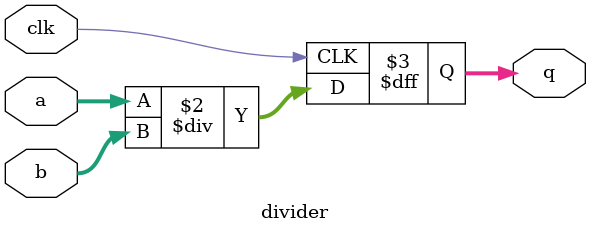
<source format=v>
module divider(
    input clk,
    input signed[7:0] a,
    input signed[7:0] b,
    output reg signed[7:0] q
);

always@(posedge clk) begin
    q <= a / b;
end

endmodule
</source>
